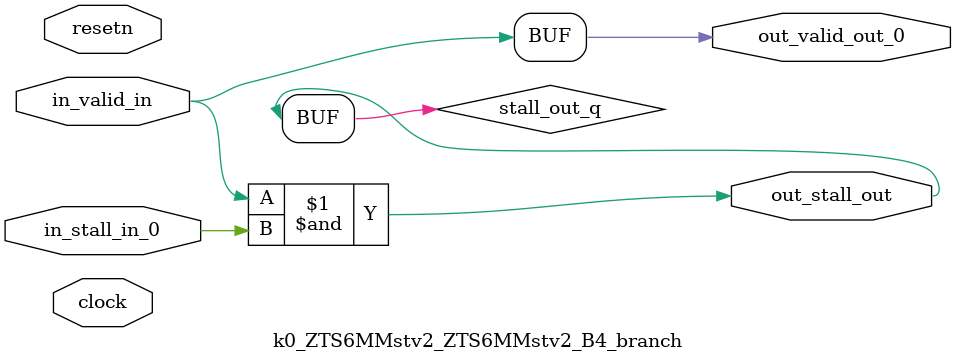
<source format=sv>



(* altera_attribute = "-name AUTO_SHIFT_REGISTER_RECOGNITION OFF; -name MESSAGE_DISABLE 10036; -name MESSAGE_DISABLE 10037; -name MESSAGE_DISABLE 14130; -name MESSAGE_DISABLE 14320; -name MESSAGE_DISABLE 15400; -name MESSAGE_DISABLE 14130; -name MESSAGE_DISABLE 10036; -name MESSAGE_DISABLE 12020; -name MESSAGE_DISABLE 12030; -name MESSAGE_DISABLE 12010; -name MESSAGE_DISABLE 12110; -name MESSAGE_DISABLE 14320; -name MESSAGE_DISABLE 13410; -name MESSAGE_DISABLE 113007; -name MESSAGE_DISABLE 10958" *)
module k0_ZTS6MMstv2_ZTS6MMstv2_B4_branch (
    input wire [0:0] in_stall_in_0,
    input wire [0:0] in_valid_in,
    output wire [0:0] out_stall_out,
    output wire [0:0] out_valid_out_0,
    input wire clock,
    input wire resetn
    );

    wire [0:0] stall_out_q;


    // stall_out(LOGICAL,6)
    assign stall_out_q = in_valid_in & in_stall_in_0;

    // out_stall_out(GPOUT,4)
    assign out_stall_out = stall_out_q;

    // out_valid_out_0(GPOUT,5)
    assign out_valid_out_0 = in_valid_in;

endmodule

</source>
